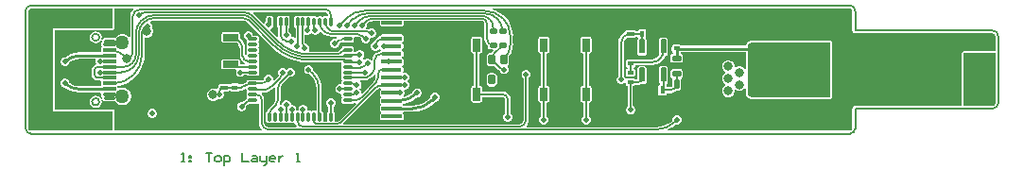
<source format=gtl>
G04*
G04 #@! TF.GenerationSoftware,Altium Limited,Altium Designer,24.2.2 (26)*
G04*
G04 Layer_Physical_Order=1*
G04 Layer_Color=255*
%FSLAX43Y43*%
%MOMM*%
G71*
G04*
G04 #@! TF.SameCoordinates,1F1FED76-AB6C-4830-BD65-6DDC81D4C714*
G04*
G04*
G04 #@! TF.FilePolarity,Positive*
G04*
G01*
G75*
%ADD10C,0.127*%
%ADD11C,0.203*%
G04:AMPARAMS|DCode=12|XSize=0.4mm|YSize=0.7mm|CornerRadius=0.04mm|HoleSize=0mm|Usage=FLASHONLY|Rotation=270.000|XOffset=0mm|YOffset=0mm|HoleType=Round|Shape=RoundedRectangle|*
%AMROUNDEDRECTD12*
21,1,0.400,0.620,0,0,270.0*
21,1,0.320,0.700,0,0,270.0*
1,1,0.080,-0.310,-0.160*
1,1,0.080,-0.310,0.160*
1,1,0.080,0.310,0.160*
1,1,0.080,0.310,-0.160*
%
%ADD12ROUNDEDRECTD12*%
G04:AMPARAMS|DCode=13|XSize=2.5mm|YSize=1mm|CornerRadius=0.1mm|HoleSize=0mm|Usage=FLASHONLY|Rotation=180.000|XOffset=0mm|YOffset=0mm|HoleType=Round|Shape=RoundedRectangle|*
%AMROUNDEDRECTD13*
21,1,2.500,0.800,0,0,180.0*
21,1,2.300,1.000,0,0,180.0*
1,1,0.200,-1.150,0.400*
1,1,0.200,1.150,0.400*
1,1,0.200,1.150,-0.400*
1,1,0.200,-1.150,-0.400*
%
%ADD13ROUNDEDRECTD13*%
G04:AMPARAMS|DCode=14|XSize=0.9mm|YSize=0.6mm|CornerRadius=0.15mm|HoleSize=0mm|Usage=FLASHONLY|Rotation=90.000|XOffset=0mm|YOffset=0mm|HoleType=Round|Shape=RoundedRectangle|*
%AMROUNDEDRECTD14*
21,1,0.900,0.300,0,0,90.0*
21,1,0.600,0.600,0,0,90.0*
1,1,0.300,0.150,0.300*
1,1,0.300,0.150,-0.300*
1,1,0.300,-0.150,-0.300*
1,1,0.300,-0.150,0.300*
%
%ADD14ROUNDEDRECTD14*%
G04:AMPARAMS|DCode=15|XSize=0.8mm|YSize=0.5mm|CornerRadius=0.05mm|HoleSize=0mm|Usage=FLASHONLY|Rotation=90.000|XOffset=0mm|YOffset=0mm|HoleType=Round|Shape=RoundedRectangle|*
%AMROUNDEDRECTD15*
21,1,0.800,0.400,0,0,90.0*
21,1,0.700,0.500,0,0,90.0*
1,1,0.100,0.200,0.350*
1,1,0.100,0.200,-0.350*
1,1,0.100,-0.200,-0.350*
1,1,0.100,-0.200,0.350*
%
%ADD15ROUNDEDRECTD15*%
G04:AMPARAMS|DCode=16|XSize=0.4mm|YSize=0.55mm|CornerRadius=0.04mm|HoleSize=0mm|Usage=FLASHONLY|Rotation=90.000|XOffset=0mm|YOffset=0mm|HoleType=Round|Shape=RoundedRectangle|*
%AMROUNDEDRECTD16*
21,1,0.400,0.470,0,0,90.0*
21,1,0.320,0.550,0,0,90.0*
1,1,0.080,0.235,0.160*
1,1,0.080,0.235,-0.160*
1,1,0.080,-0.235,-0.160*
1,1,0.080,-0.235,0.160*
%
%ADD16ROUNDEDRECTD16*%
G04:AMPARAMS|DCode=17|XSize=0.5mm|YSize=0.8mm|CornerRadius=0.05mm|HoleSize=0mm|Usage=FLASHONLY|Rotation=90.000|XOffset=0mm|YOffset=0mm|HoleType=Round|Shape=RoundedRectangle|*
%AMROUNDEDRECTD17*
21,1,0.500,0.700,0,0,90.0*
21,1,0.400,0.800,0,0,90.0*
1,1,0.100,0.350,0.200*
1,1,0.100,0.350,-0.200*
1,1,0.100,-0.350,-0.200*
1,1,0.100,-0.350,0.200*
%
%ADD17ROUNDEDRECTD17*%
G04:AMPARAMS|DCode=18|XSize=0.4mm|YSize=0.7mm|CornerRadius=0.04mm|HoleSize=0mm|Usage=FLASHONLY|Rotation=180.000|XOffset=0mm|YOffset=0mm|HoleType=Round|Shape=RoundedRectangle|*
%AMROUNDEDRECTD18*
21,1,0.400,0.620,0,0,180.0*
21,1,0.320,0.700,0,0,180.0*
1,1,0.080,-0.160,0.310*
1,1,0.080,0.160,0.310*
1,1,0.080,0.160,-0.310*
1,1,0.080,-0.160,-0.310*
%
%ADD18ROUNDEDRECTD18*%
G04:AMPARAMS|DCode=19|XSize=0.4mm|YSize=0.55mm|CornerRadius=0.04mm|HoleSize=0mm|Usage=FLASHONLY|Rotation=180.000|XOffset=0mm|YOffset=0mm|HoleType=Round|Shape=RoundedRectangle|*
%AMROUNDEDRECTD19*
21,1,0.400,0.470,0,0,180.0*
21,1,0.320,0.550,0,0,180.0*
1,1,0.080,-0.160,0.235*
1,1,0.080,0.160,0.235*
1,1,0.080,0.160,-0.235*
1,1,0.080,-0.160,-0.235*
%
%ADD19ROUNDEDRECTD19*%
G04:AMPARAMS|DCode=20|XSize=0.45mm|YSize=0.65mm|CornerRadius=0.045mm|HoleSize=0mm|Usage=FLASHONLY|Rotation=90.000|XOffset=0mm|YOffset=0mm|HoleType=Round|Shape=RoundedRectangle|*
%AMROUNDEDRECTD20*
21,1,0.450,0.560,0,0,90.0*
21,1,0.360,0.650,0,0,90.0*
1,1,0.090,0.280,0.180*
1,1,0.090,0.280,-0.180*
1,1,0.090,-0.280,-0.180*
1,1,0.090,-0.280,0.180*
%
%ADD20ROUNDEDRECTD20*%
G04:AMPARAMS|DCode=21|XSize=0.599mm|YSize=1.4mm|CornerRadius=0.06mm|HoleSize=0mm|Usage=FLASHONLY|Rotation=270.000|XOffset=0mm|YOffset=0mm|HoleType=Round|Shape=RoundedRectangle|*
%AMROUNDEDRECTD21*
21,1,0.599,1.280,0,0,270.0*
21,1,0.480,1.400,0,0,270.0*
1,1,0.120,-0.640,-0.240*
1,1,0.120,-0.640,0.240*
1,1,0.120,0.640,0.240*
1,1,0.120,0.640,-0.240*
%
%ADD21ROUNDEDRECTD21*%
G04:AMPARAMS|DCode=22|XSize=0.813mm|YSize=0.305mm|CornerRadius=0.03mm|HoleSize=0mm|Usage=FLASHONLY|Rotation=90.000|XOffset=0mm|YOffset=0mm|HoleType=Round|Shape=RoundedRectangle|*
%AMROUNDEDRECTD22*
21,1,0.813,0.244,0,0,90.0*
21,1,0.752,0.305,0,0,90.0*
1,1,0.061,0.122,0.376*
1,1,0.061,0.122,-0.376*
1,1,0.061,-0.122,-0.376*
1,1,0.061,-0.122,0.376*
%
%ADD22ROUNDEDRECTD22*%
G04:AMPARAMS|DCode=23|XSize=0.813mm|YSize=0.305mm|CornerRadius=0.03mm|HoleSize=0mm|Usage=FLASHONLY|Rotation=180.000|XOffset=0mm|YOffset=0mm|HoleType=Round|Shape=RoundedRectangle|*
%AMROUNDEDRECTD23*
21,1,0.813,0.244,0,0,180.0*
21,1,0.752,0.305,0,0,180.0*
1,1,0.061,-0.376,0.122*
1,1,0.061,0.376,0.122*
1,1,0.061,0.376,-0.122*
1,1,0.061,-0.376,-0.122*
%
%ADD23ROUNDEDRECTD23*%
G04:AMPARAMS|DCode=24|XSize=1.8mm|YSize=0.38mm|CornerRadius=0.038mm|HoleSize=0mm|Usage=FLASHONLY|Rotation=180.000|XOffset=0mm|YOffset=0mm|HoleType=Round|Shape=RoundedRectangle|*
%AMROUNDEDRECTD24*
21,1,1.800,0.304,0,0,180.0*
21,1,1.724,0.380,0,0,180.0*
1,1,0.076,-0.862,0.152*
1,1,0.076,0.862,0.152*
1,1,0.076,0.862,-0.152*
1,1,0.076,-0.862,-0.152*
%
%ADD24ROUNDEDRECTD24*%
G04:AMPARAMS|DCode=25|XSize=0.508mm|YSize=1.27mm|CornerRadius=0.051mm|HoleSize=0mm|Usage=FLASHONLY|Rotation=180.000|XOffset=0mm|YOffset=0mm|HoleType=Round|Shape=RoundedRectangle|*
%AMROUNDEDRECTD25*
21,1,0.508,1.168,0,0,180.0*
21,1,0.406,1.270,0,0,180.0*
1,1,0.102,-0.203,0.584*
1,1,0.102,0.203,0.584*
1,1,0.102,0.203,-0.584*
1,1,0.102,-0.203,-0.584*
%
%ADD25ROUNDEDRECTD25*%
%ADD26O,1.800X0.380*%
%ADD27C,0.800*%
%ADD28O,0.305X0.813*%
G04:AMPARAMS|DCode=29|XSize=1.199mm|YSize=0.65mm|CornerRadius=0.065mm|HoleSize=0mm|Usage=FLASHONLY|Rotation=270.000|XOffset=0mm|YOffset=0mm|HoleType=Round|Shape=RoundedRectangle|*
%AMROUNDEDRECTD29*
21,1,1.199,0.520,0,0,270.0*
21,1,1.069,0.650,0,0,270.0*
1,1,0.130,-0.260,-0.534*
1,1,0.130,-0.260,0.534*
1,1,0.130,0.260,0.534*
1,1,0.130,0.260,-0.534*
%
%ADD29ROUNDEDRECTD29*%
G04:AMPARAMS|DCode=30|XSize=0.3mm|YSize=1.1mm|CornerRadius=0.045mm|HoleSize=0mm|Usage=FLASHONLY|Rotation=270.000|XOffset=0mm|YOffset=0mm|HoleType=Round|Shape=RoundedRectangle|*
%AMROUNDEDRECTD30*
21,1,0.300,1.010,0,0,270.0*
21,1,0.210,1.100,0,0,270.0*
1,1,0.090,-0.505,-0.105*
1,1,0.090,-0.505,0.105*
1,1,0.090,0.505,0.105*
1,1,0.090,0.505,-0.105*
%
%ADD30ROUNDEDRECTD30*%
G04:AMPARAMS|DCode=31|XSize=0.3mm|YSize=1.2mm|CornerRadius=0.045mm|HoleSize=0mm|Usage=FLASHONLY|Rotation=270.000|XOffset=0mm|YOffset=0mm|HoleType=Round|Shape=RoundedRectangle|*
%AMROUNDEDRECTD31*
21,1,0.300,1.110,0,0,270.0*
21,1,0.210,1.200,0,0,270.0*
1,1,0.090,-0.555,-0.105*
1,1,0.090,-0.555,0.105*
1,1,0.090,0.555,0.105*
1,1,0.090,0.555,-0.105*
%
%ADD31ROUNDEDRECTD31*%
%ADD32O,1.200X0.300*%
%ADD33O,1.100X0.300*%
%ADD58C,0.152*%
%ADD59C,0.152*%
%ADD60C,0.127*%
%ADD61C,0.254*%
%ADD62C,0.203*%
%ADD63C,0.254*%
%ADD64C,0.635*%
G04:AMPARAMS|DCode=65|XSize=1.2mm|YSize=1.8mm|CornerRadius=0.18mm|HoleSize=0mm|Usage=FLASHONLY|Rotation=90.000|XOffset=0mm|YOffset=0mm|HoleType=Round|Shape=RoundedRectangle|*
%AMROUNDEDRECTD65*
21,1,1.200,1.440,0,0,90.0*
21,1,0.840,1.800,0,0,90.0*
1,1,0.360,0.720,0.420*
1,1,0.360,0.720,-0.420*
1,1,0.360,-0.720,-0.420*
1,1,0.360,-0.720,0.420*
%
%ADD65ROUNDEDRECTD65*%
G04:AMPARAMS|DCode=66|XSize=1.2mm|YSize=2.1mm|CornerRadius=0.18mm|HoleSize=0mm|Usage=FLASHONLY|Rotation=270.000|XOffset=0mm|YOffset=0mm|HoleType=Round|Shape=RoundedRectangle|*
%AMROUNDEDRECTD66*
21,1,1.200,1.740,0,0,270.0*
21,1,0.840,2.100,0,0,270.0*
1,1,0.360,-0.870,-0.420*
1,1,0.360,-0.870,0.420*
1,1,0.360,0.870,0.420*
1,1,0.360,0.870,-0.420*
%
%ADD66ROUNDEDRECTD66*%
%ADD67C,0.508*%
%ADD68C,1.270*%
G36*
X25550Y5158D02*
X25651Y5138D01*
X25737Y5081D01*
X25794Y4995D01*
X25814Y4894D01*
X25797Y4812D01*
X25706Y4767D01*
X25669Y4791D01*
X25550Y4815D01*
X25431Y4791D01*
X25373Y4752D01*
X25300Y4732D01*
X25227Y4752D01*
X25169Y4791D01*
X25050Y4815D01*
X24931Y4791D01*
X24830Y4724D01*
X24770D01*
X24669Y4791D01*
X24550Y4815D01*
X24431Y4791D01*
X24408Y4776D01*
X24304Y4758D01*
X24243Y4798D01*
X24172Y4812D01*
X23928D01*
X23857Y4798D01*
X23800Y4760D01*
X23743Y4798D01*
X23672Y4812D01*
X23428D01*
X23357Y4798D01*
X23300Y4760D01*
X23243Y4798D01*
X23172Y4812D01*
X22928D01*
X22857Y4798D01*
X22796Y4758D01*
X22756Y4697D01*
X22742Y4626D01*
Y3874D01*
X22756Y3803D01*
X22796Y3742D01*
X22857Y3702D01*
X22905Y3692D01*
Y2864D01*
X22803Y2821D01*
X22730Y2895D01*
X22581Y2956D01*
X22482D01*
X22456Y2994D01*
Y3156D01*
X22395Y3305D01*
X22280Y3420D01*
X22270Y3424D01*
Y3720D01*
X22304Y3742D01*
X22344Y3803D01*
X22358Y3874D01*
Y4626D01*
X22344Y4697D01*
X22304Y4758D01*
X22243Y4798D01*
X22172Y4812D01*
X21928D01*
X21857Y4798D01*
X21800Y4760D01*
X21743Y4798D01*
X21672Y4812D01*
X21428D01*
X21357Y4798D01*
X21296Y4758D01*
X21256Y4697D01*
X21242Y4626D01*
Y3874D01*
X21256Y3803D01*
X21296Y3742D01*
X21317Y3728D01*
Y3075D01*
X21315D01*
X21329Y2970D01*
X21233Y2922D01*
X20624Y3530D01*
X20644Y3630D01*
X20705Y3655D01*
X20768Y3718D01*
X20804Y3742D01*
X20844Y3803D01*
X20854Y3854D01*
X20881Y3919D01*
Y4081D01*
X20858Y4136D01*
Y4626D01*
X20844Y4697D01*
X20804Y4758D01*
X20743Y4798D01*
X20672Y4812D01*
X20428D01*
X20357Y4798D01*
X20296Y4758D01*
X20256Y4697D01*
X20242Y4626D01*
Y4341D01*
X20130Y4230D01*
X20105Y4169D01*
X20005Y4149D01*
X19165Y4990D01*
X19169Y4994D01*
X19077Y5065D01*
X19110Y5161D01*
X25550D01*
Y5158D01*
D02*
G37*
G36*
X72500Y5488D02*
X72591Y5470D01*
X72668Y5418D01*
X72720Y5341D01*
X72738Y5250D01*
X72741D01*
X72741Y5250D01*
Y3500D01*
X72761Y3401D01*
X72817Y3317D01*
X72901Y3261D01*
X73000Y3241D01*
X85300D01*
Y3238D01*
X85391Y3220D01*
X85468Y3168D01*
X85520Y3091D01*
X85538Y3000D01*
X85541D01*
X85541Y3000D01*
Y1665D01*
X82700D01*
X82583Y1617D01*
X82535Y1500D01*
Y-3225D01*
X82524Y-3241D01*
X73000D01*
X72901Y-3261D01*
X72817Y-3317D01*
X72761Y-3401D01*
X72741Y-3500D01*
Y-5250D01*
X72738D01*
X72720Y-5341D01*
X72668Y-5418D01*
X72591Y-5470D01*
X72500Y-5488D01*
Y-5491D01*
X72500Y-5491D01*
X56183Y-5491D01*
X56163Y-5389D01*
X56374Y-5302D01*
X56744Y-5075D01*
X56951Y-4899D01*
X56969Y-4906D01*
X57131D01*
X57280Y-4845D01*
X57395Y-4730D01*
X57456Y-4581D01*
Y-4419D01*
X57395Y-4270D01*
X57280Y-4155D01*
X57131Y-4094D01*
X56969D01*
X56820Y-4155D01*
X56705Y-4270D01*
X56644Y-4419D01*
Y-4578D01*
X56410Y-4770D01*
X56008Y-4984D01*
X55572Y-5117D01*
X55128Y-5160D01*
X55119Y-5158D01*
X43583D01*
X43533Y-5057D01*
X43630Y-4931D01*
X43718Y-4717D01*
X43748Y-4488D01*
X43745D01*
Y-774D01*
X43755Y-770D01*
X43870Y-655D01*
X43931Y-506D01*
Y-344D01*
X43870Y-195D01*
X43755Y-80D01*
X43606Y-19D01*
X43444D01*
X43295Y-80D01*
X43180Y-195D01*
X43119Y-344D01*
Y-506D01*
X43180Y-655D01*
X43295Y-770D01*
X43305Y-774D01*
Y-4488D01*
X43305Y-4488D01*
X43271Y-4657D01*
X43176Y-4801D01*
X43032Y-4896D01*
X42863Y-4930D01*
X42863Y-4930D01*
X27200Y-4930D01*
X27158Y-4829D01*
X27173Y-4813D01*
X30168Y-1818D01*
X30170Y-1820D01*
X30310Y-1713D01*
X30406Y-1673D01*
X30501Y-1744D01*
Y-1811D01*
X30459Y-1874D01*
X30444Y-1948D01*
Y-2252D01*
X30459Y-2326D01*
X30501Y-2389D01*
Y-2511D01*
X30459Y-2574D01*
X30444Y-2648D01*
Y-2952D01*
X30459Y-3026D01*
X30500Y-3089D01*
X30501Y-3089D01*
X30501Y-3211D01*
X30500Y-3211D01*
X30459Y-3274D01*
X30444Y-3348D01*
Y-3652D01*
X30459Y-3726D01*
X30500Y-3789D01*
X30501Y-3789D01*
X30501Y-3911D01*
X30500Y-3911D01*
X30459Y-3974D01*
X30444Y-4048D01*
Y-4352D01*
X30459Y-4426D01*
X30501Y-4489D01*
X30564Y-4531D01*
X30638Y-4546D01*
X32362D01*
X32436Y-4531D01*
X32499Y-4489D01*
X32541Y-4426D01*
X32556Y-4352D01*
Y-4048D01*
X32541Y-3974D01*
X32500Y-3911D01*
X32499Y-3911D01*
Y-3885D01*
X32599Y-3785D01*
X33323D01*
Y-3788D01*
X33765Y-3753D01*
X34197Y-3650D01*
X34607Y-3480D01*
X34985Y-3248D01*
X35323Y-2960D01*
X35402Y-2906D01*
X35456D01*
X35605Y-2845D01*
X35720Y-2730D01*
X35781Y-2581D01*
Y-2419D01*
X35720Y-2270D01*
X35605Y-2155D01*
X35456Y-2094D01*
X35294D01*
X35145Y-2155D01*
X35030Y-2270D01*
X34969Y-2419D01*
Y-2504D01*
X34918Y-2555D01*
X34911Y-2565D01*
X34578Y-2838D01*
X34187Y-3047D01*
X33764Y-3175D01*
X33335Y-3218D01*
X33323Y-3215D01*
X32502D01*
X32500Y-3211D01*
X32499Y-3211D01*
Y-3089D01*
X32500Y-3089D01*
X32526Y-3049D01*
X32912Y-2957D01*
X33301Y-2796D01*
X33659Y-2576D01*
X33741Y-2506D01*
X33856D01*
X34005Y-2445D01*
X34120Y-2330D01*
X34181Y-2181D01*
Y-2019D01*
X34120Y-1870D01*
X34005Y-1755D01*
X33856Y-1694D01*
X33694D01*
X33545Y-1755D01*
X33430Y-1870D01*
X33369Y-2019D01*
Y-2071D01*
X33256Y-2163D01*
X32892Y-2358D01*
X32596Y-2447D01*
X32542Y-2357D01*
X32570Y-2330D01*
X32631Y-2181D01*
Y-2019D01*
X32585Y-1908D01*
X32634Y-1815D01*
X32645Y-1806D01*
X32731D01*
X32880Y-1745D01*
X32995Y-1630D01*
X33056Y-1481D01*
Y-1319D01*
X32995Y-1170D01*
X32941Y-1116D01*
X32885Y-1050D01*
X32941Y-984D01*
X32995Y-930D01*
X33056Y-781D01*
Y-619D01*
X32995Y-470D01*
X32880Y-355D01*
X32731Y-294D01*
X32569D01*
X32534Y-308D01*
X32472Y-224D01*
X32533Y-134D01*
X32559Y0D01*
X32533Y134D01*
X32457Y247D01*
X32431Y264D01*
X32434Y321D01*
X32447Y376D01*
X32499Y411D01*
X32541Y474D01*
X32556Y548D01*
Y852D01*
X32541Y926D01*
X32499Y989D01*
X32447Y1024D01*
X32434Y1079D01*
X32431Y1136D01*
X32457Y1153D01*
X32533Y1266D01*
X32559Y1400D01*
X32533Y1534D01*
X32457Y1647D01*
X32391Y1691D01*
Y1809D01*
X32457Y1853D01*
X32533Y1966D01*
X32559Y2100D01*
X32533Y2234D01*
X32457Y2347D01*
X32431Y2364D01*
X32434Y2421D01*
X32447Y2476D01*
X32499Y2511D01*
X32541Y2574D01*
X32556Y2648D01*
Y2952D01*
X32541Y3026D01*
X32499Y3089D01*
X32436Y3131D01*
X32362Y3146D01*
X30638D01*
X30564Y3131D01*
X30501Y3089D01*
X30459Y3026D01*
X30449Y2977D01*
X30263Y2900D01*
X30072Y2753D01*
X29925Y2562D01*
X29893Y2485D01*
X29795Y2445D01*
X29680Y2330D01*
X29619Y2181D01*
Y2019D01*
X29680Y1870D01*
X29795Y1755D01*
X29944Y1694D01*
X30106D01*
X30255Y1755D01*
X30335Y1835D01*
X30400Y1859D01*
X30465Y1835D01*
X30536Y1764D01*
X30547Y1728D01*
X30555Y1655D01*
X30543Y1647D01*
X30543Y1647D01*
X30525Y1623D01*
X30325Y1596D01*
X30139Y1519D01*
X29979Y1396D01*
X29856Y1236D01*
X29779Y1050D01*
X29753Y854D01*
X29725Y838D01*
X29653Y821D01*
X29555Y920D01*
X29406Y981D01*
X29244D01*
X29095Y920D01*
X29062Y887D01*
X28970Y905D01*
X28875Y1000D01*
X28970Y1095D01*
X29031Y1244D01*
Y1406D01*
X28970Y1555D01*
X28855Y1670D01*
X28706Y1731D01*
X28544D01*
X28395Y1670D01*
X28283Y1558D01*
X28170D01*
X28112Y1628D01*
Y1872D01*
X28098Y1943D01*
X28058Y2004D01*
X27997Y2044D01*
X27926Y2058D01*
X27174D01*
X27103Y2044D01*
X27042Y2004D01*
X27002Y1943D01*
X26988Y1872D01*
Y1869D01*
X26883Y1799D01*
X26882Y1798D01*
X26888Y1793D01*
X26766Y1670D01*
X26763Y1674D01*
X26699Y1631D01*
X26625Y1617D01*
Y1612D01*
X24122D01*
X24117Y1616D01*
X24070Y1681D01*
X24065Y1697D01*
X24062Y1713D01*
X24106Y1819D01*
Y1981D01*
X24045Y2130D01*
X23930Y2245D01*
X23781Y2306D01*
X23720D01*
X23694Y2438D01*
X23695Y2443D01*
Y3081D01*
X23797Y3149D01*
X23869Y3119D01*
X24031D01*
X24180Y3180D01*
X24234Y3234D01*
X24300Y3290D01*
X24366Y3234D01*
X24420Y3180D01*
X24569Y3119D01*
X24731D01*
X24880Y3180D01*
X24995Y3295D01*
X25032Y3386D01*
X25149Y3402D01*
X25204Y3329D01*
X25474Y3122D01*
X25788Y2992D01*
X26125Y2948D01*
Y2955D01*
X26562D01*
X26597Y2853D01*
X26438Y2731D01*
X26319D01*
X26170Y2670D01*
X26055Y2555D01*
X25994Y2406D01*
Y2244D01*
X26055Y2095D01*
X26170Y1980D01*
X26319Y1919D01*
X26481D01*
X26630Y1980D01*
X26745Y2095D01*
X26806Y2244D01*
Y2363D01*
X26947Y2457D01*
X27066Y2480D01*
X27103Y2456D01*
X27174Y2442D01*
X27926D01*
X27997Y2456D01*
X28058Y2496D01*
X28098Y2557D01*
X28112Y2628D01*
Y2872D01*
X28199Y2955D01*
X28425D01*
X28428Y2955D01*
X28618Y2918D01*
X28745Y2833D01*
X28744Y2831D01*
Y2669D01*
X28805Y2520D01*
X28920Y2405D01*
X29069Y2344D01*
X29231D01*
X29380Y2405D01*
X29495Y2520D01*
X29556Y2669D01*
Y2750D01*
X29591Y2836D01*
X29650Y2844D01*
X29756D01*
X29905Y2905D01*
X30020Y3020D01*
X30081Y3169D01*
Y3331D01*
X30020Y3480D01*
X29905Y3595D01*
X29756Y3656D01*
X29594D01*
X29468Y3604D01*
X29304Y3626D01*
Y3626D01*
X29217Y3641D01*
X29182Y3733D01*
X29195Y3745D01*
X29256Y3894D01*
Y4037D01*
X29307Y4118D01*
D01*
X29473Y4246D01*
X29667Y4326D01*
X29874Y4353D01*
Y4355D01*
X30442D01*
X30444Y4352D01*
Y4048D01*
X30459Y3974D01*
X30501Y3911D01*
X30564Y3869D01*
X30638Y3854D01*
X32362D01*
X32436Y3869D01*
X32499Y3911D01*
X32541Y3974D01*
X32556Y4048D01*
Y4352D01*
X32558Y4355D01*
X39550D01*
Y4351D01*
X39646Y4332D01*
X39728Y4278D01*
X39782Y4196D01*
X39801Y4100D01*
X39805D01*
Y2725D01*
X39802D01*
X39829Y2525D01*
X39906Y2339D01*
X40029Y2179D01*
X40094Y2129D01*
Y1995D01*
X40109Y1918D01*
X40153Y1853D01*
X40218Y1809D01*
X40295Y1794D01*
X40545D01*
X40584Y1700D01*
X40468Y1585D01*
X40468Y1585D01*
X40466Y1587D01*
X40417Y1523D01*
X40300D01*
X40182Y1500D01*
X40082Y1433D01*
X40015Y1333D01*
X39992Y1215D01*
Y615D01*
X40015Y497D01*
X40082Y397D01*
X40182Y330D01*
X40300Y307D01*
X40600D01*
X40677Y322D01*
X41051Y-52D01*
X41050Y-53D01*
X41170Y-145D01*
X41205Y-230D01*
X41320Y-345D01*
X41469Y-406D01*
X41631D01*
X41780Y-345D01*
X41895Y-230D01*
X41956Y-81D01*
Y81D01*
X41895Y230D01*
X41877Y248D01*
X41890Y378D01*
X41918Y397D01*
X41985Y497D01*
X42008Y615D01*
Y1135D01*
X42185Y1465D01*
X42309Y1876D01*
X42351Y2303D01*
X42345D01*
Y2974D01*
X42353D01*
X42305Y3464D01*
X42162Y3936D01*
X41929Y4371D01*
X41616Y4752D01*
X41235Y5065D01*
X40800Y5297D01*
X40497Y5389D01*
X40512Y5491D01*
X72500Y5491D01*
Y5488D01*
D02*
G37*
G36*
X30055Y-466D02*
Y-701D01*
X30056Y-707D01*
X30014Y-919D01*
X29894Y-1098D01*
X29889Y-1101D01*
X28883Y-2107D01*
X28781Y-2065D01*
Y-2019D01*
X28720Y-1870D01*
X28666Y-1816D01*
X28610Y-1750D01*
X28666Y-1684D01*
X28720Y-1630D01*
X28781Y-1481D01*
Y-1319D01*
X28720Y-1170D01*
X28621Y-1072D01*
X28639Y-995D01*
X28653Y-970D01*
X28912D01*
Y-977D01*
X29246Y-933D01*
X29557Y-804D01*
X29824Y-599D01*
X29953Y-431D01*
X30055Y-466D01*
D02*
G37*
G36*
X85541Y-3000D02*
X85538D01*
X85520Y-3091D01*
X85468Y-3168D01*
X85391Y-3220D01*
X85365Y-3225D01*
X82700D01*
Y1500D01*
X85541D01*
Y-3000D01*
D02*
G37*
G36*
X21055Y-1673D02*
X21067Y-1684D01*
Y-2725D01*
X21066D01*
X21038Y-2866D01*
X20958Y-2986D01*
X20958Y-2986D01*
X20958Y-2987D01*
X20535Y-3410D01*
X20534Y-3409D01*
X20415Y-3564D01*
X20358Y-3702D01*
X20357Y-3702D01*
X20296Y-3742D01*
X20256Y-3803D01*
X20242Y-3874D01*
Y-4626D01*
X20256Y-4697D01*
X20296Y-4758D01*
X20357Y-4798D01*
X20428Y-4812D01*
X20672D01*
X20743Y-4798D01*
X20800Y-4760D01*
X20857Y-4798D01*
X20928Y-4812D01*
X21172D01*
X21243Y-4798D01*
X21300Y-4760D01*
X21357Y-4798D01*
X21428Y-4812D01*
X21672D01*
X21743Y-4798D01*
X21800Y-4760D01*
X21857Y-4798D01*
X21928Y-4812D01*
X22172D01*
X22243Y-4798D01*
X22300Y-4760D01*
X22357Y-4798D01*
X22428Y-4812D01*
X22672D01*
X22743Y-4798D01*
X22756Y-4790D01*
X22772Y-4793D01*
X22864Y-4833D01*
X22930Y-4992D01*
X22980Y-5057D01*
X22930Y-5158D01*
X20429D01*
Y-5157D01*
X20292Y-5130D01*
X20176Y-5052D01*
X20099Y-4937D01*
X20072Y-4800D01*
X20070D01*
Y-2675D01*
X20078D01*
X20029Y-2425D01*
X19887Y-2213D01*
X19841Y-2182D01*
X19845Y-2153D01*
X19877Y-2084D01*
X20171Y-2055D01*
X20472Y-1964D01*
X20750Y-1815D01*
X20966Y-1638D01*
X21055Y-1673D01*
D02*
G37*
G36*
X8351Y5395D02*
X8322Y5373D01*
X8182Y5190D01*
X8094Y4978D01*
X8064Y4750D01*
X8067D01*
Y2965D01*
X7965Y2923D01*
X7858Y3030D01*
X7679Y3134D01*
X7479Y3187D01*
X7271D01*
X7071Y3134D01*
X6892Y3030D01*
X6745Y2883D01*
X6722Y2844D01*
X6650Y2858D01*
X5850D01*
X5732Y2835D01*
X5632Y2768D01*
X5594Y2711D01*
X5583Y2695D01*
X5488Y2735D01*
X5491Y2750D01*
X5519Y2890D01*
X5478Y3096D01*
X5361Y3271D01*
X5186Y3388D01*
X4980Y3429D01*
X4774Y3388D01*
X4599Y3271D01*
X4482Y3096D01*
X4441Y2890D01*
X4482Y2684D01*
X4599Y2509D01*
X4774Y2392D01*
X4980Y2351D01*
X5186Y2392D01*
X5361Y2509D01*
X5449Y2641D01*
X5459Y2657D01*
X5555Y2617D01*
X5552Y2601D01*
X5542Y2550D01*
X5555Y2483D01*
X5532Y2468D01*
X5465Y2368D01*
X5442Y2250D01*
X5465Y2132D01*
X5532Y2032D01*
X5510Y2002D01*
X5503Y1997D01*
X5459Y1932D01*
X5444Y1855D01*
Y1645D01*
X5445Y1636D01*
X5368Y1535D01*
X3553D01*
Y1540D01*
X3130Y1498D01*
X2723Y1375D01*
X2349Y1175D01*
X2266Y1106D01*
X2144D01*
X1995Y1045D01*
X1880Y930D01*
X1819Y781D01*
Y619D01*
X1880Y470D01*
X1995Y355D01*
X2144Y294D01*
X2306D01*
X2455Y355D01*
X2570Y470D01*
X2631Y619D01*
Y667D01*
X2668Y697D01*
X2943Y844D01*
X3242Y935D01*
X3551Y965D01*
X3553Y965D01*
X4933D01*
X4989Y881D01*
X4969Y831D01*
Y669D01*
X5017Y553D01*
X4995Y466D01*
X4974Y433D01*
X4790Y310D01*
X4656Y111D01*
X4610Y-125D01*
X4617D01*
Y-400D01*
X4610D01*
X4655Y-626D01*
X4783Y-817D01*
X4974Y-945D01*
X5200Y-990D01*
Y-983D01*
X5394D01*
X5426Y-1025D01*
X5456Y-1085D01*
X5444Y-1145D01*
Y-1355D01*
X5445Y-1364D01*
X5368Y-1465D01*
X3492D01*
X3492Y-1465D01*
X3198Y-1436D01*
X2916Y-1350D01*
X2655Y-1211D01*
X2631Y-1192D01*
Y-1144D01*
X2570Y-995D01*
X2455Y-880D01*
X2306Y-819D01*
X2144D01*
X1995Y-880D01*
X1880Y-995D01*
X1819Y-1144D01*
Y-1306D01*
X1880Y-1455D01*
X1995Y-1570D01*
X2144Y-1631D01*
X2266D01*
X2336Y-1689D01*
X2696Y-1881D01*
X3086Y-1999D01*
X3492Y-2039D01*
Y-2035D01*
X5413D01*
X5466Y-2118D01*
X5464Y-2136D01*
X5442Y-2250D01*
X5465Y-2368D01*
X5532Y-2468D01*
X5555Y-2483D01*
X5542Y-2550D01*
X5552Y-2601D01*
X5555Y-2617D01*
X5459Y-2657D01*
X5449Y-2641D01*
X5361Y-2509D01*
X5186Y-2392D01*
X4980Y-2351D01*
X4774Y-2392D01*
X4599Y-2509D01*
X4482Y-2684D01*
X4441Y-2890D01*
X4482Y-3096D01*
X4599Y-3271D01*
X4774Y-3388D01*
X4980Y-3429D01*
X5186Y-3388D01*
X5361Y-3271D01*
X5478Y-3096D01*
X5519Y-2890D01*
X5491Y-2750D01*
X5488Y-2735D01*
X5583Y-2695D01*
X5594Y-2711D01*
X5632Y-2768D01*
X5732Y-2835D01*
X5850Y-2858D01*
X6650D01*
X6722Y-2844D01*
X6745Y-2883D01*
X6892Y-3030D01*
X7071Y-3134D01*
X7271Y-3187D01*
X7479D01*
X7679Y-3134D01*
X7858Y-3030D01*
X8005Y-2883D01*
X8109Y-2704D01*
X8162Y-2504D01*
Y-2296D01*
X8109Y-2096D01*
X8005Y-1917D01*
X7858Y-1770D01*
X7679Y-1666D01*
X7479Y-1613D01*
X7271D01*
X7071Y-1666D01*
X7045Y-1681D01*
X6951Y-1618D01*
X6941Y-1568D01*
X6934Y-1557D01*
X6956Y-1489D01*
X6984Y-1449D01*
X7402Y-1348D01*
X7813Y-1178D01*
X8193Y-945D01*
X8531Y-656D01*
X8820Y-318D01*
X9053Y62D01*
X9223Y473D01*
X9327Y906D01*
X9362Y1350D01*
X9358D01*
Y2826D01*
X9443Y2882D01*
X9465Y2873D01*
X9685D01*
X9888Y2957D01*
X10043Y3112D01*
X10127Y3315D01*
Y3535D01*
X10043Y3738D01*
X10036Y3745D01*
X10056Y3794D01*
Y3956D01*
X9995Y4105D01*
X9888Y4212D01*
X9884Y4320D01*
X9963Y4353D01*
X10272Y4393D01*
X10279Y4392D01*
X18176D01*
X18178Y4392D01*
X18355Y4357D01*
X18504Y4257D01*
X18505Y4256D01*
X18505Y4256D01*
X18506Y4256D01*
X20751Y2010D01*
X20751Y2010D01*
X20747Y2006D01*
X21208Y1602D01*
X21718Y1261D01*
X22269Y989D01*
X22850Y792D01*
X23452Y672D01*
X24064Y632D01*
Y638D01*
X24064Y638D01*
X26988D01*
Y628D01*
X27002Y557D01*
X27040Y500D01*
X27002Y443D01*
X26988Y372D01*
Y128D01*
X27002Y57D01*
X27040Y0D01*
X27002Y-57D01*
X26988Y-128D01*
Y-372D01*
X27002Y-443D01*
X27040Y-500D01*
X27002Y-557D01*
X26988Y-628D01*
Y-872D01*
X27002Y-943D01*
X27040Y-1000D01*
X27002Y-1057D01*
X26988Y-1128D01*
Y-1306D01*
X26931Y-1344D01*
X26769D01*
X26620Y-1405D01*
X26505Y-1520D01*
X26444Y-1669D01*
Y-1831D01*
X26505Y-1980D01*
X26620Y-2095D01*
X26769Y-2156D01*
X26931D01*
X26988Y-2194D01*
Y-2372D01*
X27002Y-2443D01*
X27040Y-2500D01*
X27002Y-2557D01*
X26988Y-2628D01*
Y-2872D01*
X27002Y-2943D01*
X27042Y-3004D01*
X27103Y-3044D01*
X27174Y-3058D01*
X27926D01*
X27997Y-3044D01*
X28058Y-3004D01*
X28080Y-2970D01*
X28182D01*
Y-2975D01*
X28263Y-2965D01*
X28308Y-3056D01*
X26862Y-4502D01*
X26789Y-4573D01*
Y-4573D01*
X26789Y-4573D01*
X26672Y-4651D01*
X26534Y-4678D01*
Y-4680D01*
X26403D01*
X26358Y-4626D01*
Y-3874D01*
X26344Y-3803D01*
X26309Y-3750D01*
Y-3316D01*
X26395Y-3230D01*
X26456Y-3081D01*
Y-2919D01*
X26395Y-2770D01*
X26280Y-2655D01*
X26131Y-2594D01*
X25969D01*
X25820Y-2655D01*
X25705Y-2770D01*
X25644Y-2919D01*
Y-3081D01*
X25705Y-3230D01*
X25791Y-3316D01*
Y-3750D01*
X25756Y-3803D01*
X25742Y-3874D01*
Y-4626D01*
X25697Y-4680D01*
X25403D01*
X25358Y-4626D01*
Y-3874D01*
X25344Y-3803D01*
X25304Y-3742D01*
X25243Y-3702D01*
X25195Y-3692D01*
Y-1673D01*
X25201D01*
X25162Y-1277D01*
X25046Y-896D01*
X24858Y-544D01*
X24606Y-237D01*
X24602Y-241D01*
X24452Y-91D01*
X24456Y-81D01*
Y81D01*
X24395Y230D01*
X24280Y345D01*
X24131Y406D01*
X23969D01*
X23820Y345D01*
X23705Y230D01*
X23644Y81D01*
Y-81D01*
X23705Y-230D01*
X23820Y-345D01*
X23969Y-406D01*
X24131D01*
X24141Y-402D01*
X24291Y-552D01*
X24291Y-552D01*
X24290Y-553D01*
X24487Y-793D01*
X24633Y-1066D01*
X24724Y-1364D01*
X24754Y-1673D01*
X24755D01*
Y-3601D01*
X24672Y-3688D01*
X24428D01*
X24357Y-3702D01*
X24300Y-3740D01*
X24243Y-3702D01*
X24172Y-3688D01*
X23978D01*
X23956Y-3656D01*
Y-3494D01*
X23895Y-3345D01*
X23780Y-3230D01*
X23631Y-3169D01*
X23469D01*
X23320Y-3230D01*
X23205Y-3345D01*
X23144Y-3494D01*
Y-3656D01*
X23122Y-3688D01*
X22978D01*
X22956Y-3656D01*
Y-3494D01*
X22895Y-3345D01*
X22780Y-3230D01*
X22631Y-3169D01*
X22469D01*
X22456Y-3160D01*
Y-3069D01*
X22395Y-2920D01*
X22280Y-2805D01*
X22131Y-2744D01*
X21969D01*
X21820Y-2805D01*
X21705Y-2920D01*
X21644Y-3069D01*
Y-3160D01*
X21631Y-3169D01*
X21523D01*
X21453Y-3074D01*
X21507Y-2942D01*
X21536Y-2725D01*
X21533D01*
Y-1640D01*
X21533D01*
X21564Y-1485D01*
X21653Y-1353D01*
X21652Y-1352D01*
X22348Y-656D01*
X22506D01*
X22655Y-595D01*
X22770Y-480D01*
X22831Y-331D01*
Y-169D01*
X22770Y-20D01*
X22655Y95D01*
X22506Y156D01*
X22344D01*
X22195Y95D01*
X22141Y41D01*
X22075Y-15D01*
X22009Y41D01*
X21955Y95D01*
X21806Y156D01*
X21644D01*
X21495Y95D01*
X21380Y-20D01*
X21319Y-169D01*
Y-331D01*
X21380Y-480D01*
X21409Y-509D01*
X21351Y-595D01*
X21348Y-597D01*
X21348Y-597D01*
X21348Y-597D01*
X21348Y-597D01*
X20978Y-967D01*
X20881Y-920D01*
Y-794D01*
X20820Y-645D01*
X20705Y-530D01*
X20556Y-469D01*
X20394D01*
X20245Y-530D01*
X20130Y-645D01*
X20069Y-794D01*
Y-903D01*
X19981Y-962D01*
X19835Y-991D01*
Y-991D01*
X19550D01*
X19497Y-956D01*
X19426Y-942D01*
X18674D01*
X18603Y-956D01*
X18542Y-996D01*
X18502Y-1057D01*
X18499Y-1070D01*
X18418Y-1104D01*
X18318Y-1181D01*
X18240Y-1240D01*
X18161Y-1294D01*
X18132Y-1314D01*
X18003Y-1340D01*
Y-1341D01*
X17850D01*
X17824Y-1301D01*
X17760Y-1259D01*
X17685Y-1244D01*
X17215D01*
X17140Y-1259D01*
X17076Y-1301D01*
X17050Y-1341D01*
X16883D01*
X16835Y-1309D01*
X16760Y-1294D01*
X16140D01*
X16065Y-1309D01*
X16001Y-1351D01*
X15959Y-1415D01*
X15944Y-1490D01*
Y-1585D01*
X15879Y-1670D01*
X15866Y-1702D01*
X15736Y-1750D01*
X15610Y-1698D01*
X15390D01*
X15187Y-1782D01*
X15032Y-1937D01*
X14948Y-2140D01*
Y-2360D01*
X15032Y-2563D01*
X15187Y-2718D01*
X15390Y-2802D01*
X15610D01*
X15813Y-2718D01*
X15902Y-2629D01*
X15969Y-2656D01*
X16131D01*
X16280Y-2595D01*
X16395Y-2480D01*
X16456Y-2331D01*
Y-2169D01*
X16431Y-2108D01*
X16499Y-2006D01*
X16760D01*
X16835Y-1991D01*
X16899Y-1949D01*
X16941Y-1885D01*
X16946Y-1859D01*
X17050D01*
X17076Y-1899D01*
X17140Y-1941D01*
X17215Y-1956D01*
X17685D01*
X17760Y-1941D01*
X17824Y-1899D01*
X17850Y-1859D01*
X18003D01*
Y-1861D01*
X18225Y-1832D01*
X18386Y-1765D01*
X18488Y-1823D01*
Y-1872D01*
X18502Y-1943D01*
X18540Y-2000D01*
X18502Y-2057D01*
X18488Y-2128D01*
Y-2372D01*
X18502Y-2443D01*
X18540Y-2500D01*
X18502Y-2557D01*
X18488Y-2628D01*
Y-2646D01*
X18458Y-2658D01*
X18310Y-2771D01*
X18233Y-2831D01*
X18232Y-2832D01*
X18235Y-2835D01*
X18127Y-2944D01*
X17969D01*
X17820Y-3005D01*
X17705Y-3120D01*
X17644Y-3269D01*
Y-3431D01*
X17705Y-3580D01*
X17820Y-3695D01*
X17969Y-3756D01*
X18131D01*
X18280Y-3695D01*
X18395Y-3580D01*
X18456Y-3431D01*
Y-3273D01*
X18565Y-3165D01*
X18565Y-3164D01*
X18565Y-3164D01*
X18571Y-3157D01*
X18717Y-3058D01*
X19426D01*
X19497Y-3044D01*
X19528Y-3023D01*
X19622Y-3062D01*
X19630Y-3068D01*
Y-4800D01*
X19627D01*
X19655Y-5007D01*
X19735Y-5201D01*
X19862Y-5367D01*
X19899Y-5395D01*
X19866Y-5491D01*
X6690Y-5491D01*
Y-3725D01*
X6642Y-3608D01*
X6525Y-3560D01*
X1290D01*
Y3535D01*
X6525D01*
X6642Y3583D01*
X6690Y3700D01*
Y5491D01*
X6784Y5491D01*
X8318D01*
X8351Y5395D01*
D02*
G37*
G36*
X6525Y3700D02*
X1125D01*
Y-3725D01*
X6525D01*
Y-5491D01*
X-698D01*
X-800Y-5488D01*
X-800D01*
X-893Y-5468D01*
X-968Y-5418D01*
X-1020Y-5341D01*
X-1038Y-5250D01*
X-1041D01*
X-1041Y-5250D01*
Y5250D01*
X-1038D01*
X-1020Y5341D01*
X-968Y5418D01*
X-891Y5470D01*
X-800Y5488D01*
Y5491D01*
X6525D01*
Y3700D01*
D02*
G37*
%LPC*%
G36*
X54085Y3631D02*
X53765D01*
X53690Y3616D01*
X53626Y3574D01*
X53584Y3510D01*
X53574Y3459D01*
X53350D01*
X53324Y3499D01*
X53260Y3541D01*
X53185Y3556D01*
X52565D01*
X52490Y3541D01*
X52426Y3499D01*
X52384Y3435D01*
X52369Y3360D01*
Y3358D01*
X52294Y3327D01*
X52084Y3166D01*
X51923Y2956D01*
X51822Y2712D01*
X51787Y2450D01*
X51791D01*
Y-584D01*
X51705Y-670D01*
X51644Y-819D01*
Y-981D01*
X51705Y-1130D01*
X51820Y-1245D01*
X51969Y-1306D01*
X52131D01*
X52280Y-1245D01*
X52342Y-1183D01*
X52444Y-1225D01*
Y-1285D01*
X52459Y-1360D01*
X52501Y-1424D01*
X52565Y-1466D01*
X52640Y-1481D01*
X52655D01*
Y-3276D01*
X52645Y-3280D01*
X52530Y-3395D01*
X52469Y-3544D01*
Y-3706D01*
X52530Y-3855D01*
X52645Y-3970D01*
X52794Y-4031D01*
X52956D01*
X53105Y-3970D01*
X53220Y-3855D01*
X53281Y-3706D01*
Y-3544D01*
X53220Y-3395D01*
X53105Y-3280D01*
X53095Y-3276D01*
Y-1481D01*
X53110D01*
X53185Y-1466D01*
X53249Y-1424D01*
X53291Y-1360D01*
X53294Y-1345D01*
X53575D01*
Y-1352D01*
X53790Y-1309D01*
X53824Y-1286D01*
X54113D01*
X54192Y-1271D01*
X54260Y-1226D01*
X54305Y-1158D01*
X54320Y-1079D01*
Y89D01*
X54305Y168D01*
X54260Y236D01*
X54192Y281D01*
X54113Y296D01*
X53707D01*
X53628Y281D01*
X53560Y236D01*
X53515Y168D01*
X53500Y89D01*
Y-905D01*
X53294D01*
X53291Y-890D01*
X53249Y-826D01*
X53185Y-784D01*
X53110Y-769D01*
X52640D01*
X52565Y-784D01*
X52550Y-794D01*
X52433Y-761D01*
X52432Y-760D01*
X52395Y-670D01*
X52309Y-584D01*
Y2450D01*
X52308Y2454D01*
X52345Y2639D01*
X52452Y2798D01*
X52530Y2851D01*
X52565Y2844D01*
X53185D01*
X53260Y2859D01*
X53324Y2901D01*
X53350Y2941D01*
X53505D01*
X53573Y2839D01*
X53560Y2776D01*
X53515Y2708D01*
X53500Y2629D01*
Y1461D01*
X53515Y1382D01*
X53560Y1314D01*
X53628Y1269D01*
X53707Y1254D01*
X54113D01*
X54192Y1269D01*
X54260Y1314D01*
X54305Y1382D01*
X54320Y1461D01*
Y2629D01*
X54305Y2708D01*
X54260Y2776D01*
X54266Y2890D01*
X54281Y2965D01*
Y3435D01*
X54266Y3510D01*
X54224Y3574D01*
X54160Y3616D01*
X54085Y3631D01*
D02*
G37*
G36*
X70750Y2612D02*
X63925D01*
X63925Y2612D01*
X63925Y2612D01*
X63800Y2612D01*
X63791Y2608D01*
X63781Y2611D01*
X63656Y2597D01*
X63635Y2585D01*
X63612Y2585D01*
X63481Y2531D01*
X63457Y2508D01*
X63427Y2495D01*
X63300Y2368D01*
X63287Y2338D01*
X63264Y2314D01*
X63196Y2150D01*
X57390D01*
X57374Y2174D01*
X57310Y2216D01*
X57235Y2231D01*
X56765D01*
X56690Y2216D01*
X56626Y2174D01*
X56584Y2110D01*
X56569Y2035D01*
Y1715D01*
X56584Y1640D01*
X56626Y1576D01*
X56690Y1534D01*
X56694Y1533D01*
X56684Y1431D01*
X56650D01*
X56571Y1416D01*
X56504Y1371D01*
X56459Y1304D01*
X56444Y1225D01*
Y825D01*
X56459Y746D01*
X56504Y679D01*
X56571Y634D01*
X56650Y619D01*
X57350D01*
X57429Y634D01*
X57496Y679D01*
X57541Y746D01*
X57556Y825D01*
Y1225D01*
X57541Y1304D01*
X57496Y1371D01*
X57429Y1416D01*
X57367Y1428D01*
X57344Y1480D01*
X57337Y1533D01*
X57387Y1580D01*
X63183D01*
Y106D01*
X63139Y85D01*
X63081Y75D01*
X62938Y218D01*
X62735Y302D01*
X62515D01*
X62312Y218D01*
X62276Y182D01*
X62177Y227D01*
Y410D01*
X62093Y613D01*
X61938Y768D01*
X61735Y852D01*
X61515D01*
X61312Y768D01*
X61157Y613D01*
X61073Y410D01*
Y190D01*
X61157Y-13D01*
X61312Y-168D01*
X61387Y-199D01*
Y-301D01*
X61312Y-332D01*
X61157Y-487D01*
X61073Y-690D01*
Y-910D01*
X61157Y-1113D01*
X61312Y-1268D01*
X61387Y-1299D01*
Y-1401D01*
X61312Y-1432D01*
X61157Y-1587D01*
X61073Y-1790D01*
Y-2010D01*
X61157Y-2213D01*
X61312Y-2368D01*
X61515Y-2452D01*
X61735D01*
X61938Y-2368D01*
X62093Y-2213D01*
X62177Y-2010D01*
Y-1827D01*
X62276Y-1782D01*
X62312Y-1818D01*
X62515Y-1902D01*
X62735D01*
X62938Y-1818D01*
X63081Y-1675D01*
X63139Y-1685D01*
X63183Y-1706D01*
Y-2025D01*
X63184Y-2028D01*
X63183Y-2031D01*
X63187Y-2149D01*
X63197Y-2173D01*
X63196Y-2199D01*
X63251Y-2354D01*
X63273Y-2378D01*
X63284Y-2409D01*
X63411Y-2550D01*
X63441Y-2564D01*
X63463Y-2588D01*
X63635Y-2669D01*
X63667Y-2671D01*
X63697Y-2685D01*
X63792Y-2690D01*
X63796Y-2688D01*
X63800Y-2690D01*
X70750Y-2690D01*
X70867Y-2642D01*
X70915Y-2525D01*
X70915Y2447D01*
X70867Y2564D01*
X70750Y2612D01*
D02*
G37*
G36*
X56018Y2836D02*
X55612D01*
X55533Y2821D01*
X55465Y2776D01*
X55420Y2708D01*
X55405Y2629D01*
Y1461D01*
X55420Y1382D01*
X55464Y1316D01*
X55457Y1300D01*
X55341Y1149D01*
X55190Y1033D01*
X55015Y960D01*
X54826Y935D01*
Y934D01*
X53025D01*
Y937D01*
X52867Y906D01*
X52831Y881D01*
X52640D01*
X52565Y866D01*
X52501Y824D01*
X52459Y760D01*
X52444Y685D01*
Y365D01*
X52459Y290D01*
X52501Y226D01*
X52565Y184D01*
X52616Y174D01*
Y76D01*
X52565Y66D01*
X52501Y24D01*
X52459Y-40D01*
X52444Y-115D01*
Y-435D01*
X52459Y-510D01*
X52501Y-574D01*
X52565Y-616D01*
X52640Y-631D01*
X53110D01*
X53185Y-616D01*
X53249Y-574D01*
X53291Y-510D01*
X53306Y-435D01*
Y-115D01*
X53291Y-40D01*
X53249Y24D01*
X53185Y66D01*
X53134Y76D01*
Y174D01*
X53185Y184D01*
X53249Y226D01*
X53291Y290D01*
X53306Y365D01*
Y416D01*
X54826D01*
Y410D01*
X55150Y453D01*
X55453Y578D01*
X55713Y777D01*
X55912Y1037D01*
X56001Y1254D01*
X56018D01*
X56097Y1269D01*
X56165Y1314D01*
X56210Y1382D01*
X56225Y1461D01*
Y2629D01*
X56210Y2708D01*
X56165Y2776D01*
X56097Y2821D01*
X56018Y2836D01*
D02*
G37*
G36*
X40600Y-307D02*
X40300D01*
X40182Y-330D01*
X40082Y-397D01*
X40015Y-497D01*
X39992Y-615D01*
Y-1215D01*
X40015Y-1333D01*
X40082Y-1433D01*
X40182Y-1500D01*
X40300Y-1523D01*
X40600D01*
X40718Y-1500D01*
X40818Y-1433D01*
X40885Y-1333D01*
X40908Y-1215D01*
Y-615D01*
X40885Y-497D01*
X40818Y-397D01*
X40718Y-330D01*
X40600Y-307D01*
D02*
G37*
G36*
X56018Y296D02*
X55612D01*
X55533Y281D01*
X55465Y236D01*
X55420Y168D01*
X55405Y89D01*
Y-1079D01*
X55420Y-1158D01*
X55465Y-1226D01*
X55505Y-1252D01*
X55492Y-1358D01*
X55490Y-1359D01*
X55426Y-1401D01*
X55384Y-1465D01*
X55369Y-1540D01*
Y-2160D01*
X55384Y-2235D01*
X55426Y-2299D01*
X55490Y-2341D01*
X55565Y-2356D01*
X55885D01*
X55960Y-2341D01*
X56024Y-2299D01*
X56066Y-2235D01*
X56081Y-2160D01*
Y-2109D01*
X56450D01*
Y-2111D01*
X56660Y-2083D01*
X56855Y-2002D01*
X57023Y-1873D01*
X57036Y-1856D01*
X57200D01*
X57279Y-1841D01*
X57346Y-1796D01*
X57391Y-1729D01*
X57406Y-1650D01*
Y-950D01*
X57391Y-871D01*
X57429Y-766D01*
X57496Y-721D01*
X57541Y-654D01*
X57556Y-575D01*
Y-175D01*
X57541Y-96D01*
X57496Y-29D01*
X57429Y16D01*
X57350Y31D01*
X56650D01*
X56571Y16D01*
X56504Y-29D01*
X56459Y-96D01*
X56444Y-175D01*
Y-575D01*
X56459Y-654D01*
X56504Y-721D01*
X56571Y-766D01*
X56609Y-871D01*
X56594Y-950D01*
Y-1545D01*
X56561Y-1567D01*
X56450Y-1589D01*
Y-1591D01*
X56081D01*
Y-1540D01*
X56074Y-1504D01*
Y-1275D01*
X56097Y-1271D01*
X56165Y-1226D01*
X56210Y-1158D01*
X56225Y-1079D01*
Y89D01*
X56210Y168D01*
X56165Y236D01*
X56097Y281D01*
X56018Y296D01*
D02*
G37*
G36*
X39360Y2956D02*
X38840D01*
X38755Y2939D01*
X38683Y2891D01*
X38635Y2819D01*
X38618Y2734D01*
Y1665D01*
X38635Y1580D01*
X38683Y1508D01*
X38755Y1460D01*
X38840Y1444D01*
X38841D01*
Y-1444D01*
X38840D01*
X38755Y-1460D01*
X38683Y-1508D01*
X38635Y-1580D01*
X38618Y-1665D01*
Y-2734D01*
X38635Y-2819D01*
X38683Y-2891D01*
X38755Y-2939D01*
X38840Y-2956D01*
X39360D01*
X39445Y-2939D01*
X39517Y-2891D01*
X39565Y-2819D01*
X39582Y-2734D01*
Y-2459D01*
X41400D01*
Y-2462D01*
X41481Y-2478D01*
X41550Y-2525D01*
X41596Y-2594D01*
X41612Y-2675D01*
X41616D01*
Y-3934D01*
X41530Y-4020D01*
X41469Y-4169D01*
Y-4331D01*
X41530Y-4480D01*
X41645Y-4595D01*
X41794Y-4656D01*
X41956D01*
X42105Y-4595D01*
X42220Y-4480D01*
X42281Y-4331D01*
Y-4169D01*
X42220Y-4020D01*
X42134Y-3934D01*
Y-2675D01*
X42135D01*
X42110Y-2485D01*
X42037Y-2307D01*
X41920Y-2155D01*
X41767Y-2038D01*
X41590Y-1964D01*
X41400Y-1939D01*
Y-1941D01*
X39582D01*
Y-1665D01*
X39565Y-1580D01*
X39517Y-1508D01*
X39445Y-1460D01*
X39360Y-1444D01*
X39359D01*
Y1444D01*
X39360D01*
X39445Y1460D01*
X39517Y1508D01*
X39565Y1580D01*
X39582Y1665D01*
Y2734D01*
X39565Y2819D01*
X39517Y2891D01*
X39445Y2939D01*
X39360Y2956D01*
D02*
G37*
G36*
X49160D02*
X48640D01*
X48555Y2939D01*
X48483Y2891D01*
X48435Y2819D01*
X48418Y2734D01*
Y1665D01*
X48435Y1580D01*
X48483Y1508D01*
X48555Y1460D01*
X48640Y1444D01*
X48641D01*
Y-1444D01*
X48640D01*
X48555Y-1460D01*
X48483Y-1508D01*
X48435Y-1580D01*
X48418Y-1665D01*
Y-2734D01*
X48435Y-2819D01*
X48483Y-2891D01*
X48555Y-2939D01*
X48640Y-2956D01*
X48641D01*
Y-4184D01*
X48555Y-4270D01*
X48494Y-4419D01*
Y-4581D01*
X48555Y-4730D01*
X48670Y-4845D01*
X48819Y-4906D01*
X48981D01*
X49130Y-4845D01*
X49245Y-4730D01*
X49306Y-4581D01*
Y-4419D01*
X49245Y-4270D01*
X49159Y-4184D01*
Y-2956D01*
X49160D01*
X49245Y-2939D01*
X49317Y-2891D01*
X49365Y-2819D01*
X49382Y-2734D01*
Y-1665D01*
X49365Y-1580D01*
X49317Y-1508D01*
X49245Y-1460D01*
X49160Y-1444D01*
X49159D01*
Y1444D01*
X49160D01*
X49245Y1460D01*
X49317Y1508D01*
X49365Y1580D01*
X49382Y1665D01*
Y2734D01*
X49365Y2819D01*
X49317Y2891D01*
X49245Y2939D01*
X49160Y2956D01*
D02*
G37*
G36*
X45360D02*
X44840D01*
X44755Y2939D01*
X44683Y2891D01*
X44635Y2819D01*
X44618Y2734D01*
Y1665D01*
X44635Y1580D01*
X44683Y1508D01*
X44755Y1460D01*
X44840Y1444D01*
X44841D01*
Y-1444D01*
X44840D01*
X44755Y-1460D01*
X44683Y-1508D01*
X44635Y-1580D01*
X44618Y-1665D01*
Y-2734D01*
X44635Y-2819D01*
X44683Y-2891D01*
X44755Y-2939D01*
X44840Y-2956D01*
X44841D01*
Y-4184D01*
X44755Y-4270D01*
X44694Y-4419D01*
Y-4581D01*
X44755Y-4730D01*
X44870Y-4845D01*
X45019Y-4906D01*
X45181D01*
X45330Y-4845D01*
X45445Y-4730D01*
X45506Y-4581D01*
Y-4419D01*
X45445Y-4270D01*
X45359Y-4184D01*
Y-2956D01*
X45360D01*
X45445Y-2939D01*
X45517Y-2891D01*
X45565Y-2819D01*
X45582Y-2734D01*
Y-1665D01*
X45565Y-1580D01*
X45517Y-1508D01*
X45445Y-1460D01*
X45360Y-1444D01*
X45359D01*
Y1444D01*
X45360D01*
X45445Y1460D01*
X45517Y1508D01*
X45565Y1580D01*
X45582Y1665D01*
Y2734D01*
X45565Y2819D01*
X45517Y2891D01*
X45445Y2939D01*
X45360Y2956D01*
D02*
G37*
%LPD*%
G36*
X70750Y-2525D02*
X63800Y-2525D01*
X63705Y-2520D01*
X63534Y-2439D01*
X63407Y-2298D01*
X63351Y-2143D01*
X63348Y-2026D01*
X63348Y-2025D01*
X63348Y-2025D01*
X63348Y-2025D01*
Y1995D01*
X63348Y2085D01*
X63416Y2251D01*
X63544Y2379D01*
X63675Y2433D01*
X63800Y2447D01*
D01*
X63925Y2447D01*
X70750D01*
X70750Y-2525D01*
D02*
G37*
%LPC*%
G36*
X18731Y3456D02*
X18569D01*
X18420Y3395D01*
X18305Y3280D01*
X18244Y3131D01*
Y2969D01*
X18305Y2820D01*
X18420Y2705D01*
X18488Y2677D01*
Y2628D01*
X18502Y2557D01*
X18540Y2500D01*
X18502Y2443D01*
X18488Y2372D01*
Y2128D01*
X18502Y2057D01*
X18540Y2000D01*
X18502Y1943D01*
X18488Y1872D01*
Y1628D01*
X18502Y1557D01*
X18540Y1500D01*
X18502Y1443D01*
X18488Y1372D01*
Y1294D01*
X18386Y1236D01*
X18363Y1250D01*
X18361Y1262D01*
X18358D01*
Y1824D01*
X18365D01*
X18321Y2158D01*
X18192Y2469D01*
X17987Y2736D01*
X17931Y2778D01*
Y3114D01*
X17915Y3197D01*
X17868Y3267D01*
X17798Y3314D01*
X17715Y3330D01*
X16435D01*
X16352Y3314D01*
X16282Y3267D01*
X16235Y3197D01*
X16219Y3114D01*
Y2634D01*
X16235Y2551D01*
X16282Y2481D01*
X16352Y2434D01*
X16435Y2418D01*
X17630D01*
X17652Y2401D01*
X17781Y2232D01*
X17863Y2035D01*
X17891Y1824D01*
X17892D01*
Y1262D01*
X17890D01*
X17915Y1069D01*
X17990Y889D01*
X18109Y734D01*
X18264Y615D01*
X18337Y585D01*
X18317Y483D01*
X17931D01*
Y716D01*
X17915Y799D01*
X17868Y869D01*
X17798Y916D01*
X17715Y932D01*
X16435D01*
X16352Y916D01*
X16282Y869D01*
X16235Y799D01*
X16219Y716D01*
Y236D01*
X16235Y153D01*
X16282Y83D01*
X16352Y36D01*
X16435Y20D01*
X17512D01*
X17577Y-68D01*
X17579Y-84D01*
X17544Y-169D01*
Y-331D01*
X17605Y-480D01*
X17720Y-595D01*
X17869Y-656D01*
X18031D01*
X18180Y-595D01*
X18292Y-483D01*
X18528D01*
X18542Y-504D01*
X18603Y-544D01*
X18674Y-558D01*
X19426D01*
X19497Y-544D01*
X19558Y-504D01*
X19598Y-443D01*
X19612Y-372D01*
Y-128D01*
X19598Y-57D01*
X19560Y0D01*
X19598Y57D01*
X19612Y128D01*
Y372D01*
X19598Y443D01*
X19560Y500D01*
X19598Y557D01*
X19612Y628D01*
Y872D01*
X19598Y943D01*
X19560Y1000D01*
X19598Y1057D01*
X19612Y1128D01*
Y1372D01*
X19598Y1443D01*
X19560Y1500D01*
X19598Y1557D01*
X19612Y1628D01*
Y1872D01*
X19598Y1943D01*
X19560Y2000D01*
X19598Y2057D01*
X19612Y2128D01*
Y2372D01*
X19598Y2443D01*
X19560Y2500D01*
X19598Y2557D01*
X19612Y2628D01*
Y2872D01*
X19598Y2943D01*
X19558Y3004D01*
X19497Y3044D01*
X19426Y3058D01*
X19056D01*
Y3131D01*
X18995Y3280D01*
X18880Y3395D01*
X18731Y3456D01*
D02*
G37*
G36*
X10131Y-3544D02*
X9969D01*
X9820Y-3605D01*
X9705Y-3720D01*
X9644Y-3869D01*
Y-4031D01*
X9705Y-4180D01*
X9820Y-4295D01*
X9969Y-4356D01*
X10131D01*
X10280Y-4295D01*
X10395Y-4180D01*
X10456Y-4031D01*
Y-3869D01*
X10395Y-3720D01*
X10280Y-3605D01*
X10131Y-3544D01*
D02*
G37*
%LPD*%
D10*
X19850Y-4800D02*
G03*
X20429Y-5379I579J0D01*
G01*
X19850Y-2675D02*
G03*
X19425Y-2250I-425J0D01*
G01*
X53575Y-1125D02*
G03*
X53910Y-790I0J335D01*
G01*
X28937Y2963D02*
G03*
X28425Y3175I-512J-512D01*
G01*
X55119Y-5379D02*
G03*
X56915Y-4635I0J2540D01*
G01*
X42125Y2974D02*
G03*
X39838Y5261I-2287J0D01*
G01*
X41550Y915D02*
G03*
X42125Y2303I-1388J1388D01*
G01*
X28912Y-750D02*
G03*
X29975Y313I0J1063D01*
G01*
X28013Y-2250D02*
G03*
X28375Y-2100I0J512D01*
G01*
Y-1400D02*
G03*
X28013Y-1250I-362J-362D01*
G01*
X23475Y2443D02*
G03*
X23700Y1900I768J0D01*
G01*
X24975Y-1673D02*
G03*
X24446Y-396I-1805J0D01*
G01*
X26534Y-4900D02*
G03*
X26946Y-4729I0J583D01*
G01*
X30045Y-1257D02*
G03*
X30275Y-701I-556J556D01*
G01*
X28182Y-2750D02*
G03*
X28813Y-2488I0J893D01*
G01*
X30646Y-1400D02*
G03*
X30013Y-1663I0J-896D01*
G01*
X24550Y-4675D02*
G03*
X24775Y-4900I225J0D01*
G01*
X30525Y1400D02*
G03*
X29975Y850I0J-550D01*
G01*
X30650Y0D02*
G03*
X30275Y-375I0J-375D01*
G01*
X29675Y3250D02*
G03*
X29304Y3404I-370J-371D01*
G01*
X30725Y2800D02*
G03*
X30025Y2100I0J-700D01*
G01*
X25550Y4250D02*
G03*
X26396Y3404I846J0D01*
G01*
X25050Y4250D02*
G03*
X26125Y3175I1075J0D01*
G01*
X42863Y-5150D02*
G03*
X43525Y-4488I0J662D01*
G01*
X23050Y-4611D02*
G03*
X23589Y-5150I539J0D01*
G01*
X29020Y5261D02*
G03*
X27468Y4618I0J-2195D01*
G01*
X40025Y4100D02*
G03*
X39550Y4575I-475J0D01*
G01*
X29874D02*
G03*
X29150Y4275I0J-1024D01*
G01*
X40025Y2725D02*
G03*
X40575Y2175I550J0D01*
G01*
X29590Y4804D02*
G03*
X28590Y4390I0J-1415D01*
G01*
X40575Y3782D02*
G03*
X39553Y4804I-1022J0D01*
G01*
X29305Y5032D02*
G03*
X28029Y4504I0J-1805D01*
G01*
X41425Y3425D02*
G03*
X39818Y5032I-1607J0D01*
G01*
X28590Y4390D02*
G03*
X28589Y4389I999J-1001D01*
G01*
X19850Y-4800D02*
Y-2675D01*
X20429Y-5379D02*
X55119D01*
X19050Y-2250D02*
X19425D01*
X52875Y-1125D02*
X53575D01*
X53910Y-790D02*
Y-495D01*
X52875Y-3625D02*
Y-1125D01*
X56915Y-4635D02*
X57050Y-4500D01*
X42125Y2303D02*
Y2974D01*
X29975Y313D02*
Y850D01*
X27550Y-750D02*
X28912D01*
X26125Y3175D02*
X28425D01*
X28937Y2963D02*
X29150Y2750D01*
X26396Y3404D02*
X29304D01*
X27550Y-2250D02*
X28013D01*
X27550Y-1250D02*
X28013D01*
X23475Y2443D02*
Y4175D01*
X24050Y0D02*
X24446Y-396D01*
X24975Y-4175D02*
Y-1673D01*
X24775Y-4900D02*
X26534D01*
X26946Y-4729D02*
X30013Y-1663D01*
X28813Y-2488D02*
X30045Y-1257D01*
X30275Y-701D02*
Y-375D01*
X27550Y-2750D02*
X28182D01*
X30646Y-1400D02*
X31500D01*
X24550Y-4675D02*
Y-4250D01*
X30525Y1400D02*
X31336D01*
X30650Y0D02*
X31500D01*
X23950Y3525D02*
X24050Y3625D01*
Y4250D01*
X24550Y3625D02*
X24650Y3525D01*
X24550Y3625D02*
Y4250D01*
X23125Y2175D02*
Y4175D01*
X23000Y2050D02*
X23125Y2175D01*
X23050Y4250D02*
X23125Y4175D01*
X23475Y4175D02*
X23550Y4250D01*
X23050Y-4611D02*
Y-4250D01*
X23589Y-5150D02*
X42863Y-5150D01*
X30725Y2800D02*
X31500D01*
Y-1400D02*
X32650D01*
X24975Y-4175D02*
X25050Y-4250D01*
X43525Y-4488D02*
Y-425D01*
X26850Y-1750D02*
X27550D01*
X26825Y3975D02*
X27468Y4618D01*
X29874Y4575D02*
X39550D01*
X28850Y3975D02*
X29150Y4275D01*
X40025Y2725D02*
Y4100D01*
X29590Y4804D02*
X39553D01*
X40575Y3425D02*
Y3782D01*
X29305Y5032D02*
X39818D01*
X27500Y3975D02*
X28029Y4504D01*
X29020Y5261D02*
X39838D01*
X48900Y-4500D02*
X48900Y-4500D01*
X28175Y3975D02*
X28589Y4389D01*
X22050Y3075D02*
Y4250D01*
X5305Y-2890D02*
G03*
X5305Y-2890I-325J0D01*
G01*
Y2890D02*
G03*
X5305Y2890I-325J0D01*
G01*
D11*
X52800Y3200D02*
G03*
X52050Y2450I0J-750D01*
G01*
X53025Y675D02*
G03*
X52875Y525I0J-150D01*
G01*
X54826Y675D02*
G03*
X55815Y1664I0J989D01*
G01*
X40651Y1401D02*
G03*
X40450Y915I486J-486D01*
G01*
X41234Y131D02*
G03*
X41550Y0I316J316D01*
G01*
X56450Y-1850D02*
G03*
X57000Y-1300I0J550D01*
G01*
X27126Y2750D02*
G03*
X26612Y2537I0J-726D01*
G01*
X41875Y-2675D02*
G03*
X41400Y-2200I-475J0D01*
G01*
X18003Y-1600D02*
G03*
X18424Y-1426I0J597D01*
G01*
X18847Y-1250D02*
G03*
X18425Y-1425I0J-597D01*
G01*
X18424Y-1426D02*
G03*
X18425Y-1425I-422J423D01*
G01*
X19835Y-1250D02*
G03*
X20288Y-1062I0J640D01*
G01*
X16450Y-1600D02*
G03*
X16050Y-2000I0J-400D01*
G01*
X52050Y-900D02*
Y2450D01*
X53910Y2045D02*
Y3200D01*
X53925D01*
X52875D02*
X53910D01*
X52800D02*
X52875D01*
Y-275D02*
Y525D01*
X53025Y675D02*
X54826D01*
X40450Y915D02*
X41234Y131D01*
X40651Y1401D02*
X41425Y2175D01*
X55815Y1664D02*
Y2045D01*
Y-1850D02*
X56450D01*
X55725D02*
X55815D01*
Y-495D01*
X26400Y2325D02*
X26612Y2537D01*
X57000Y-1300D02*
Y-375D01*
X48900Y-2200D02*
Y2200D01*
Y-4500D02*
Y-2200D01*
X41875Y-4250D02*
Y-2675D01*
X21550Y-4250D02*
Y-3575D01*
X22050Y-4250D02*
Y-3150D01*
X22550Y-4250D02*
X22550Y-4250D01*
Y-3575D01*
X45100Y-4500D02*
Y2200D01*
X26050Y-3000D02*
X26050Y-3000D01*
X26050Y-4250D02*
Y-3000D01*
X39100Y-2200D02*
X41400D01*
X39100D02*
X39100D01*
X45100Y-4500D02*
X45100Y-4500D01*
X18847Y-1250D02*
X19050D01*
X19835D01*
X17450Y-1600D02*
X18003D01*
X27126Y2750D02*
X27550D01*
X20288Y-1062D02*
X20475Y-875D01*
X16450Y-1600D02*
X17450D01*
X16050Y-2250D02*
Y-2000D01*
X39100Y-2200D02*
Y2199D01*
X39100Y2200D02*
X39100Y2199D01*
X12692Y-8271D02*
X12963D01*
X12828D01*
Y-7458D01*
X12692Y-7594D01*
X13370Y-7729D02*
X13505D01*
Y-7865D01*
X13370D01*
Y-7729D01*
Y-8135D02*
X13505D01*
Y-8271D01*
X13370D01*
Y-8135D01*
X14859Y-7458D02*
X15401D01*
X15130D01*
Y-8271D01*
X15807D02*
X16078D01*
X16213Y-8135D01*
Y-7865D01*
X16078Y-7729D01*
X15807D01*
X15672Y-7865D01*
Y-8135D01*
X15807Y-8271D01*
X16484Y-8542D02*
Y-7729D01*
X16891D01*
X17026Y-7865D01*
Y-8135D01*
X16891Y-8271D01*
X16484D01*
X18109Y-7458D02*
Y-8271D01*
X18651D01*
X19057Y-7729D02*
X19328D01*
X19464Y-7865D01*
Y-8271D01*
X19057D01*
X18922Y-8135D01*
X19057Y-8000D01*
X19464D01*
X19734Y-7729D02*
Y-8135D01*
X19870Y-8271D01*
X20276D01*
Y-8406D01*
X20141Y-8542D01*
X20005D01*
X20276Y-8271D02*
Y-7729D01*
X20953Y-8271D02*
X20682D01*
X20547Y-8135D01*
Y-7865D01*
X20682Y-7729D01*
X20953D01*
X21089Y-7865D01*
Y-8000D01*
X20547D01*
X21359Y-7729D02*
Y-8271D01*
Y-8000D01*
X21495Y-7865D01*
X21630Y-7729D01*
X21766D01*
X22985Y-8271D02*
X23255D01*
X23120D01*
Y-7458D01*
X22985Y-7594D01*
X72500Y-5750D02*
G03*
X73000Y-5250I0J500D01*
G01*
X73000Y5250D02*
G03*
X72500Y5750I-500J0D01*
G01*
X85800Y3000D02*
G03*
X85300Y3500I-500J0D01*
G01*
X85300Y-3500D02*
G03*
X85800Y-3000I0J500D01*
G01*
X-800Y5750D02*
G03*
X-1300Y5250I0J-500D01*
G01*
X-1300Y-5250D02*
G03*
X-800Y-5750I500J0D01*
G01*
X85800Y-3000D02*
Y3000D01*
X73000Y3500D02*
X85300D01*
X73000Y-3500D02*
X85300D01*
X73000Y-5250D02*
Y-3500D01*
X-800Y-5750D02*
X72500Y-5750D01*
X73000Y3500D02*
Y5250D01*
X-800Y5750D02*
X72500Y5750D01*
X-1300Y-5250D02*
Y5250D01*
D12*
X52875Y2250D02*
D03*
Y3200D02*
D03*
X16450Y-700D02*
D03*
Y-1650D02*
D03*
D13*
X84300Y995D02*
D03*
Y-1005D02*
D03*
X78500Y995D02*
D03*
Y-1005D02*
D03*
X69000Y995D02*
D03*
Y-1005D02*
D03*
D14*
X40450Y-915D02*
D03*
X41550D02*
D03*
Y915D02*
D03*
X40450D02*
D03*
D15*
X57000Y-3500D02*
D03*
Y-1300D02*
D03*
D16*
X57000Y2725D02*
D03*
Y1875D02*
D03*
X17450Y-750D02*
D03*
Y-1600D02*
D03*
X52875Y1375D02*
D03*
Y525D02*
D03*
Y-1125D02*
D03*
Y-275D02*
D03*
D17*
X57000Y-375D02*
D03*
Y1025D02*
D03*
D18*
X54775Y-1850D02*
D03*
X55725D02*
D03*
D19*
X54775Y3200D02*
D03*
X53925D02*
D03*
D20*
X41425Y2175D02*
D03*
X40575Y3425D02*
D03*
Y2175D02*
D03*
X41425Y3425D02*
D03*
D21*
X17075Y2874D02*
D03*
Y1675D02*
D03*
Y476D02*
D03*
D22*
X22550Y-4250D02*
D03*
X21050D02*
D03*
X21550D02*
D03*
X22050D02*
D03*
X25050D02*
D03*
X20550Y4250D02*
D03*
X21050D02*
D03*
X21550D02*
D03*
X22050D02*
D03*
X22550D02*
D03*
X23050D02*
D03*
X23550D02*
D03*
X24050D02*
D03*
X26050D02*
D03*
Y-4250D02*
D03*
X25550D02*
D03*
X24550D02*
D03*
X24050D02*
D03*
X23550D02*
D03*
X23050D02*
D03*
X20550D02*
D03*
D23*
X27550Y-750D02*
D03*
Y2750D02*
D03*
Y2250D02*
D03*
Y1750D02*
D03*
Y1250D02*
D03*
Y750D02*
D03*
Y250D02*
D03*
Y-250D02*
D03*
Y-1250D02*
D03*
Y-1750D02*
D03*
Y-2250D02*
D03*
Y-2750D02*
D03*
X19050D02*
D03*
Y-2250D02*
D03*
Y-1750D02*
D03*
Y-1250D02*
D03*
Y-750D02*
D03*
Y-250D02*
D03*
Y250D02*
D03*
Y750D02*
D03*
Y1250D02*
D03*
Y1750D02*
D03*
Y2250D02*
D03*
Y2750D02*
D03*
D24*
X31500Y-1400D02*
D03*
Y2800D02*
D03*
Y3500D02*
D03*
Y4200D02*
D03*
Y700D02*
D03*
Y-2800D02*
D03*
Y-2100D02*
D03*
Y-3500D02*
D03*
Y-4200D02*
D03*
Y-700D02*
D03*
D25*
X53910Y-495D02*
D03*
X55815D02*
D03*
X54850D02*
D03*
X53910Y2045D02*
D03*
X55815D02*
D03*
D26*
X31500Y2100D02*
D03*
Y1400D02*
D03*
Y0D02*
D03*
D27*
X15500Y-2250D02*
D03*
X9575Y3425D02*
D03*
X7800Y1025D02*
D03*
X11450Y1025D02*
D03*
X78500Y2625D02*
D03*
X82300Y2600D02*
D03*
X74625D02*
D03*
X78500Y0D02*
D03*
X74625Y-775D02*
D03*
X81900Y-750D02*
D03*
X85050Y2600D02*
D03*
X81900Y1000D02*
D03*
X74625D02*
D03*
X62625Y-250D02*
D03*
X61625Y-1900D02*
D03*
Y300D02*
D03*
X62625Y-1350D02*
D03*
X61625Y-800D02*
D03*
X83650Y0D02*
D03*
X85050D02*
D03*
X64950Y595D02*
D03*
Y-675D02*
D03*
X63850Y-1320D02*
D03*
X64950Y-1945D02*
D03*
X63850Y-50D02*
D03*
Y1220D02*
D03*
X84350Y-2625D02*
D03*
X64950Y1865D02*
D03*
D28*
X24550Y4250D02*
D03*
X25050D02*
D03*
X25550D02*
D03*
D29*
X36900Y-2200D02*
D03*
Y2200D02*
D03*
X39100Y-2200D02*
D03*
Y2200D02*
D03*
X48900Y-2200D02*
D03*
Y2200D02*
D03*
X51100Y-2200D02*
D03*
Y2200D02*
D03*
X45100D02*
D03*
Y-2200D02*
D03*
X42900Y2200D02*
D03*
Y-2200D02*
D03*
D30*
X6250Y-3050D02*
D03*
Y3050D02*
D03*
D31*
X6200Y-3350D02*
D03*
Y3350D02*
D03*
Y750D02*
D03*
Y1750D02*
D03*
Y250D02*
D03*
Y1250D02*
D03*
Y-1250D02*
D03*
Y-250D02*
D03*
Y-1750D02*
D03*
Y-750D02*
D03*
D32*
Y-2250D02*
D03*
Y2250D02*
D03*
D33*
X6250Y-2550D02*
D03*
Y2550D02*
D03*
D58*
X18401Y-2999D02*
G03*
X18400Y-3000I603J-604D01*
G01*
X19004Y-2750D02*
G03*
X18401Y-2999I0J-854D01*
G01*
X21487Y-1188D02*
G03*
X21300Y-1640I453J-452D01*
G01*
X21123Y-3152D02*
G03*
X21300Y-2725I-427J427D01*
G01*
X20700Y-3575D02*
G03*
X20550Y-3937I362J-362D01*
G01*
X28675Y175D02*
G03*
X29102Y352I0J604D01*
G01*
X19857Y-1850D02*
G03*
X20827Y-1448I0J1372D01*
G01*
X21550Y3075D02*
G03*
X22075Y2550I525J0D01*
G01*
X21283Y2542D02*
G03*
X24091Y1379I2809J2809D01*
G01*
X21103Y2363D02*
G03*
X24091Y1125I2988J2988D01*
G01*
X20916Y2175D02*
G03*
X24064Y871I3149J3149D01*
G01*
X17075Y476D02*
G03*
X17621Y250I546J546D01*
G01*
X18125Y1824D02*
G03*
X17075Y2874I-1050J0D01*
G01*
X5225Y250D02*
G03*
X4850Y-125I0J-375D01*
G01*
Y-400D02*
G03*
X5200Y-750I350J0D01*
G01*
X7499Y250D02*
G03*
X8575Y1326I0J1076D01*
G01*
X21513Y-762D02*
G03*
X21725Y-250I-512J512D01*
G01*
X26050Y4894D02*
G03*
X25550Y5394I-500J0D01*
G01*
X8944D02*
G03*
X8300Y4750I0J-644D01*
G01*
X27248Y1125D02*
G03*
X27550Y1250I0J427D01*
G01*
X27731Y1325D02*
G03*
X27550Y1250I0J-256D01*
G01*
Y750D02*
G03*
X27258Y871I-292J-292D01*
G01*
X27550Y750D02*
G03*
X27731Y675I181J181D01*
G01*
X9534Y5133D02*
G03*
X8849Y4849I0J-968D01*
G01*
X26625Y1379D02*
G03*
X26931Y1506I0J432D01*
G01*
X27348Y1750D02*
G03*
X27053Y1628I0J-417D01*
G01*
X19050Y-1750D02*
G03*
X19291Y-1850I241J241D01*
G01*
X7254Y-250D02*
G03*
X8829Y1325I0J1575D01*
G01*
X6525Y-1250D02*
G03*
X9125Y1350I0J2600D01*
G01*
X19000Y4825D02*
G03*
X18256Y5133I-744J-744D01*
G01*
X18858Y4608D02*
G03*
X18203Y4879I-655J-655D01*
G01*
X18670Y4421D02*
G03*
X18176Y4625I-494J-494D01*
G01*
X18670Y4420D02*
X18670Y4421D01*
X9650Y3875D02*
G03*
X9125Y3350I0J-525D01*
G01*
X7800Y1025D02*
G03*
X8300Y1525I0J500D01*
G01*
X7694Y1131D02*
G03*
X6200Y1750I-1494J-1494D01*
G01*
X8776Y4776D02*
G03*
X8775Y4775I864J-865D01*
G01*
X10279Y4625D02*
G03*
X8829Y3175I0J-1450D01*
G01*
X10259Y4879D02*
G03*
X8575Y3195I0J-1684D01*
G01*
X18125Y1262D02*
G03*
X18637Y750I512J0D01*
G01*
X18050Y-3350D02*
X18400Y-3000D01*
X19004Y-2750D02*
X19050D01*
X21487Y-1188D02*
X22425Y-250D01*
X21300Y-2725D02*
Y-1640D01*
X21123Y-3152D02*
X21123Y-3152D01*
X20700Y-3575D02*
X21123Y-3152D01*
X20550Y-4250D02*
Y-3937D01*
X27625Y175D02*
X28675D01*
X29102Y352D02*
X29325Y575D01*
X19291Y-1850D02*
X19857D01*
X20827Y-1448D02*
X21513Y-762D01*
X22075Y2550D02*
X22500D01*
X21550Y3075D02*
Y4250D01*
X18858Y4608D02*
X21103Y2363D01*
X19000Y4825D02*
X21283Y2542D01*
X18670Y4420D02*
X20916Y2175D01*
X27550Y-250D02*
X29100D01*
X27550Y250D02*
X27625Y175D01*
X17621Y250D02*
X19050D01*
X18125Y1262D02*
Y1824D01*
X4850Y-400D02*
Y-125D01*
X6200Y250D02*
X7499D01*
X8575Y1326D02*
Y3195D01*
X5200Y-750D02*
X6200D01*
X5225Y250D02*
X6200D01*
X24064Y871D02*
X27258D01*
X24091Y1125D02*
X27248D01*
X24091Y1379D02*
X26625D01*
X23550Y-4250D02*
Y-3575D01*
X23550Y-4250D02*
X23550Y-4250D01*
X26050Y4250D02*
Y4894D01*
X8944Y5394D02*
X25550D01*
X27731Y1325D02*
X28625D01*
X27731Y675D02*
X28625D01*
X31500Y-700D02*
X32650D01*
X9534Y5133D02*
X18256D01*
X26931Y1506D02*
X27053Y1628D01*
X27348Y1750D02*
X27550D01*
X8829Y1325D02*
Y3175D01*
X6200Y-1250D02*
X6525D01*
X6200Y-250D02*
X7254D01*
X9125Y1350D02*
Y3350D01*
X10259Y4879D02*
X18203D01*
X10279Y4625D02*
X18176D01*
X7694Y1131D02*
X7800Y1025D01*
X8300Y1525D02*
Y4750D01*
X5375Y-250D02*
X5375Y-250D01*
X6200D01*
X17950Y-250D02*
X19050D01*
X18637Y750D02*
X19050D01*
D59*
X21487Y-1188D02*
D03*
X21123Y-3152D02*
D03*
X21513Y-762D02*
D03*
X27053Y1628D02*
D03*
D60*
X28937Y2963D02*
D03*
X23700Y1900D02*
D03*
X29675Y3250D02*
D03*
D61*
X32085Y-2800D02*
G03*
X33775Y-2100I0J2390D01*
G01*
X33323Y-3500D02*
G03*
X35119Y-2756I0J2540D01*
G01*
X2225Y-1225D02*
G03*
X3492Y-1750I1267J1268D01*
G01*
X3553Y1250D02*
G03*
X2226Y701I0J-1878D01*
G01*
D02*
G03*
X2225Y700I1327J-1328D01*
G01*
X57000Y1865D02*
X64950D01*
X57000Y1025D02*
Y1865D01*
X31500Y-2800D02*
X32085D01*
X35119Y-2756D02*
X35375Y-2500D01*
X31500Y-3500D02*
X33323D01*
X3492Y-1750D02*
X6200D01*
Y-1750D01*
X3553Y1250D02*
X6200D01*
Y1250D01*
D62*
X18425Y-1425D02*
D03*
D63*
X2225Y-1225D02*
D03*
D64*
X521Y-4320D02*
Y4320D01*
X1300Y-4320D02*
X5480D01*
X521D02*
X1300D01*
X521Y4320D02*
X1300D01*
X5480D01*
D65*
X1300D02*
D03*
Y-4320D02*
D03*
D66*
X5480D02*
D03*
Y4320D02*
D03*
D67*
X18050Y-3350D02*
D03*
X54375Y-1850D02*
D03*
X51100Y3925D02*
D03*
X3325Y3225D02*
D03*
X52875Y-3625D02*
D03*
X42900Y-4175D02*
D03*
X49625Y-4250D02*
D03*
X46875D02*
D03*
X48200D02*
D03*
X44275Y-4175D02*
D03*
X51708Y-4250D02*
D03*
X57050Y-4500D02*
D03*
X41550Y0D02*
D03*
X55650Y-4250D02*
D03*
X67550Y-3100D02*
D03*
X64225D02*
D03*
X60525D02*
D03*
X54850Y2050D02*
D03*
X55375Y-2650D02*
D03*
X57775Y-2425D02*
D03*
X50000Y-2075D02*
D03*
X45750Y-3100D02*
D03*
X51475Y-25D02*
D03*
X49500D02*
D03*
X58475Y3300D02*
D03*
X58600Y200D02*
D03*
X59075Y-675D02*
D03*
Y1075D02*
D03*
X72050Y3075D02*
D03*
X63850D02*
D03*
X65900D02*
D03*
X70000Y4925D02*
D03*
X65900D02*
D03*
X42850Y1350D02*
D03*
X36575Y3925D02*
D03*
X29500Y-1125D02*
D03*
X26175Y-1350D02*
D03*
X20550Y-2600D02*
D03*
X11025Y-3275D02*
D03*
X12350Y-4700D02*
D03*
X13400Y3200D02*
D03*
X12325Y-1600D02*
D03*
X7600Y-4200D02*
D03*
X9075Y-4700D02*
D03*
X8225D02*
D03*
X7075Y-3650D02*
D03*
X7675Y4450D02*
D03*
X17950Y-975D02*
D03*
X27525Y-3375D02*
D03*
X29150Y2750D02*
D03*
X29275Y1800D02*
D03*
X29325Y575D02*
D03*
X30775Y2100D02*
D03*
X30025D02*
D03*
X25800Y1925D02*
D03*
X23700Y1900D02*
D03*
X8650Y-3125D02*
D03*
X18775Y-4650D02*
D03*
X41875Y-4250D02*
D03*
X69250D02*
D03*
X24450Y-2750D02*
D03*
X29100Y-250D02*
D03*
X33775Y-2100D02*
D03*
X59625Y3850D02*
D03*
X21550Y-3575D02*
D03*
X22050Y-3150D02*
D03*
X22550Y-3575D02*
D03*
X18050Y-2250D02*
D03*
X32225Y-2100D02*
D03*
X43525Y-425D02*
D03*
X26850Y-1750D02*
D03*
X29675Y3250D02*
D03*
X48900Y-4500D02*
D03*
X24650Y3525D02*
D03*
X23950D02*
D03*
X52050Y-900D02*
D03*
X10050Y-3950D02*
D03*
X28375Y-1400D02*
D03*
Y-2100D02*
D03*
X24050Y0D02*
D03*
X25409Y-641D02*
D03*
X30025Y3925D02*
D03*
X28850Y3975D02*
D03*
X28175D02*
D03*
X27500D02*
D03*
X26825D02*
D03*
X31250Y700D02*
D03*
X40450Y-25D02*
D03*
X26050Y-3000D02*
D03*
X22050Y3075D02*
D03*
X32650Y-1400D02*
D03*
X23550Y-3575D02*
D03*
X45100Y-4500D02*
D03*
X23000Y-2600D02*
D03*
X15225Y-4700D02*
D03*
X22425Y-250D02*
D03*
X21725D02*
D03*
X23000Y2050D02*
D03*
X22500Y2550D02*
D03*
X26400Y2325D02*
D03*
X25100Y2300D02*
D03*
X28625Y675D02*
D03*
Y1325D02*
D03*
X28375Y2150D02*
D03*
X21050Y3575D02*
D03*
X20475Y-875D02*
D03*
X32650Y-700D02*
D03*
X61025Y3850D02*
D03*
X51700Y-3100D02*
D03*
X47175Y-300D02*
D03*
X44275Y-875D02*
D03*
X34900Y-1375D02*
D03*
X38000Y1925D02*
D03*
X39400Y3925D02*
D03*
X33175D02*
D03*
X37550Y-2425D02*
D03*
X33175Y2425D02*
D03*
X46050Y950D02*
D03*
X3850Y-2475D02*
D03*
X26675Y-3375D02*
D03*
X30075D02*
D03*
X33175Y50D02*
D03*
X29100Y-3375D02*
D03*
X49075Y3925D02*
D03*
X44275Y-3100D02*
D03*
X42900Y-3125D02*
D03*
X71825Y-750D02*
D03*
X63850Y4925D02*
D03*
X62233Y-4250D02*
D03*
X55625Y3925D02*
D03*
X53892Y-4250D02*
D03*
X48100Y975D02*
D03*
X42525Y3925D02*
D03*
X45800D02*
D03*
X36675Y-700D02*
D03*
X36900Y600D02*
D03*
X34900Y50D02*
D03*
Y2425D02*
D03*
X2225Y-250D02*
D03*
X14550Y-1600D02*
D03*
X14525Y-3275D02*
D03*
X12325Y-800D02*
D03*
X14800Y1675D02*
D03*
X15875Y3800D02*
D03*
X18075D02*
D03*
X12350Y-3275D02*
D03*
X8650Y-1275D02*
D03*
X25475Y-3375D02*
D03*
X21025Y1375D02*
D03*
X22550Y3575D02*
D03*
X22225Y-1500D02*
D03*
X17100Y-3275D02*
D03*
X34075Y1200D02*
D03*
X16050Y-2250D02*
D03*
X35375Y-2500D02*
D03*
X19900Y450D02*
D03*
Y1775D02*
D03*
X12075Y3550D02*
D03*
X18650Y3050D02*
D03*
X20475Y4000D02*
D03*
X8849Y4849D02*
D03*
X9650Y3875D02*
D03*
X17950Y-250D02*
D03*
X5375Y750D02*
D03*
Y-250D02*
D03*
X67950Y4925D02*
D03*
X7050Y3900D02*
D03*
X72050Y4925D02*
D03*
X65742Y-4250D02*
D03*
X47500Y2675D02*
D03*
X58725Y-4250D02*
D03*
X10675Y-25D02*
D03*
X1550Y1750D02*
D03*
X7050Y5025D02*
D03*
X4375Y2000D02*
D03*
X1550Y-2700D02*
D03*
X2225Y-1225D02*
D03*
Y700D02*
D03*
D68*
X7375Y2400D02*
D03*
Y-2400D02*
D03*
M02*

</source>
